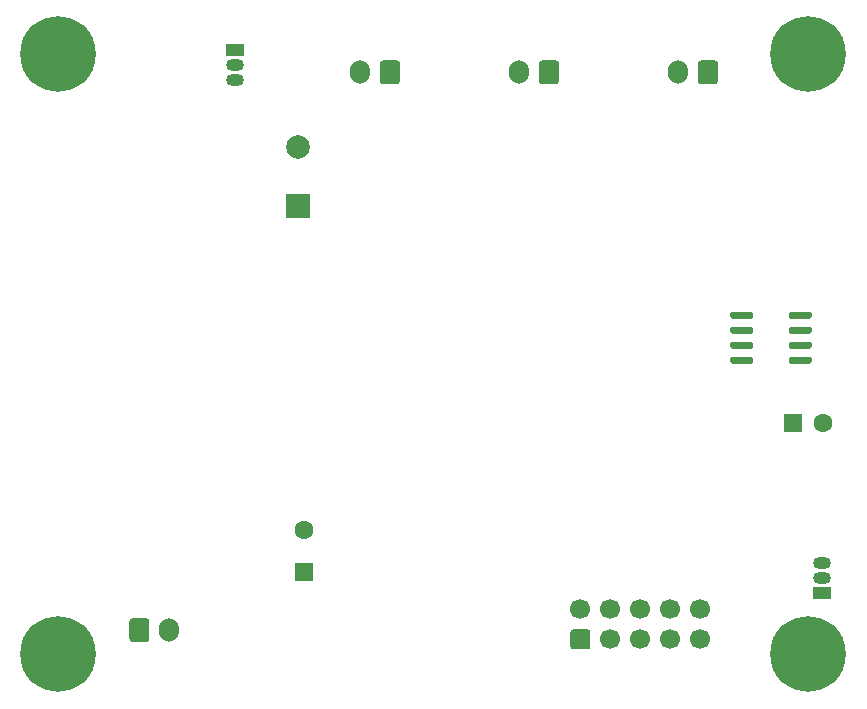
<source format=gbs>
G04 #@! TF.GenerationSoftware,KiCad,Pcbnew,(5.1.6)-1*
G04 #@! TF.CreationDate,2020-11-18T04:23:11-08:00*
G04 #@! TF.ProjectId,Power Board V2,506f7765-7220-4426-9f61-72642056322e,rev?*
G04 #@! TF.SameCoordinates,Original*
G04 #@! TF.FileFunction,Soldermask,Bot*
G04 #@! TF.FilePolarity,Negative*
%FSLAX46Y46*%
G04 Gerber Fmt 4.6, Leading zero omitted, Abs format (unit mm)*
G04 Created by KiCad (PCBNEW (5.1.6)-1) date 2020-11-18 04:23:11*
%MOMM*%
%LPD*%
G01*
G04 APERTURE LIST*
%ADD10C,1.700000*%
%ADD11R,1.500000X1.050000*%
%ADD12O,1.500000X1.050000*%
%ADD13R,2.000000X2.000000*%
%ADD14C,2.000000*%
%ADD15O,1.700000X2.000000*%
%ADD16C,0.800000*%
%ADD17C,6.400000*%
%ADD18R,1.600000X1.600000*%
%ADD19C,1.600000*%
G04 APERTURE END LIST*
G36*
G01*
X152746000Y-129120000D02*
X151546000Y-129120000D01*
G75*
G02*
X151296000Y-128870000I0J250000D01*
G01*
X151296000Y-127670000D01*
G75*
G02*
X151546000Y-127420000I250000J0D01*
G01*
X152746000Y-127420000D01*
G75*
G02*
X152996000Y-127670000I0J-250000D01*
G01*
X152996000Y-128870000D01*
G75*
G02*
X152746000Y-129120000I-250000J0D01*
G01*
G37*
D10*
X154686000Y-128270000D03*
X157226000Y-128270000D03*
X159766000Y-128270000D03*
X162306000Y-128270000D03*
X152146000Y-125730000D03*
X154686000Y-125730000D03*
X157226000Y-125730000D03*
X159766000Y-125730000D03*
X162306000Y-125730000D03*
G36*
G01*
X166775000Y-100688000D02*
X166775000Y-100988000D01*
G75*
G02*
X166625000Y-101138000I-150000J0D01*
G01*
X164975000Y-101138000D01*
G75*
G02*
X164825000Y-100988000I0J150000D01*
G01*
X164825000Y-100688000D01*
G75*
G02*
X164975000Y-100538000I150000J0D01*
G01*
X166625000Y-100538000D01*
G75*
G02*
X166775000Y-100688000I0J-150000D01*
G01*
G37*
G36*
G01*
X166775000Y-101958000D02*
X166775000Y-102258000D01*
G75*
G02*
X166625000Y-102408000I-150000J0D01*
G01*
X164975000Y-102408000D01*
G75*
G02*
X164825000Y-102258000I0J150000D01*
G01*
X164825000Y-101958000D01*
G75*
G02*
X164975000Y-101808000I150000J0D01*
G01*
X166625000Y-101808000D01*
G75*
G02*
X166775000Y-101958000I0J-150000D01*
G01*
G37*
G36*
G01*
X166775000Y-103228000D02*
X166775000Y-103528000D01*
G75*
G02*
X166625000Y-103678000I-150000J0D01*
G01*
X164975000Y-103678000D01*
G75*
G02*
X164825000Y-103528000I0J150000D01*
G01*
X164825000Y-103228000D01*
G75*
G02*
X164975000Y-103078000I150000J0D01*
G01*
X166625000Y-103078000D01*
G75*
G02*
X166775000Y-103228000I0J-150000D01*
G01*
G37*
G36*
G01*
X166775000Y-104498000D02*
X166775000Y-104798000D01*
G75*
G02*
X166625000Y-104948000I-150000J0D01*
G01*
X164975000Y-104948000D01*
G75*
G02*
X164825000Y-104798000I0J150000D01*
G01*
X164825000Y-104498000D01*
G75*
G02*
X164975000Y-104348000I150000J0D01*
G01*
X166625000Y-104348000D01*
G75*
G02*
X166775000Y-104498000I0J-150000D01*
G01*
G37*
G36*
G01*
X171725000Y-104498000D02*
X171725000Y-104798000D01*
G75*
G02*
X171575000Y-104948000I-150000J0D01*
G01*
X169925000Y-104948000D01*
G75*
G02*
X169775000Y-104798000I0J150000D01*
G01*
X169775000Y-104498000D01*
G75*
G02*
X169925000Y-104348000I150000J0D01*
G01*
X171575000Y-104348000D01*
G75*
G02*
X171725000Y-104498000I0J-150000D01*
G01*
G37*
G36*
G01*
X171725000Y-103228000D02*
X171725000Y-103528000D01*
G75*
G02*
X171575000Y-103678000I-150000J0D01*
G01*
X169925000Y-103678000D01*
G75*
G02*
X169775000Y-103528000I0J150000D01*
G01*
X169775000Y-103228000D01*
G75*
G02*
X169925000Y-103078000I150000J0D01*
G01*
X171575000Y-103078000D01*
G75*
G02*
X171725000Y-103228000I0J-150000D01*
G01*
G37*
G36*
G01*
X171725000Y-101958000D02*
X171725000Y-102258000D01*
G75*
G02*
X171575000Y-102408000I-150000J0D01*
G01*
X169925000Y-102408000D01*
G75*
G02*
X169775000Y-102258000I0J150000D01*
G01*
X169775000Y-101958000D01*
G75*
G02*
X169925000Y-101808000I150000J0D01*
G01*
X171575000Y-101808000D01*
G75*
G02*
X171725000Y-101958000I0J-150000D01*
G01*
G37*
G36*
G01*
X171725000Y-100688000D02*
X171725000Y-100988000D01*
G75*
G02*
X171575000Y-101138000I-150000J0D01*
G01*
X169925000Y-101138000D01*
G75*
G02*
X169775000Y-100988000I0J150000D01*
G01*
X169775000Y-100688000D01*
G75*
G02*
X169925000Y-100538000I150000J0D01*
G01*
X171575000Y-100538000D01*
G75*
G02*
X171725000Y-100688000I0J-150000D01*
G01*
G37*
D11*
X122936000Y-78359000D03*
D12*
X122936000Y-80899000D03*
X122936000Y-79629000D03*
D13*
X128270000Y-91567000D03*
D14*
X128270000Y-86567000D03*
D12*
X172593000Y-123063000D03*
X172593000Y-121793000D03*
D11*
X172593000Y-124333000D03*
G36*
G01*
X113958000Y-128258000D02*
X113958000Y-126758000D01*
G75*
G02*
X114208000Y-126508000I250000J0D01*
G01*
X115408000Y-126508000D01*
G75*
G02*
X115658000Y-126758000I0J-250000D01*
G01*
X115658000Y-128258000D01*
G75*
G02*
X115408000Y-128508000I-250000J0D01*
G01*
X114208000Y-128508000D01*
G75*
G02*
X113958000Y-128258000I0J250000D01*
G01*
G37*
D15*
X117308000Y-127508000D03*
G36*
G01*
X136867000Y-79514000D02*
X136867000Y-81014000D01*
G75*
G02*
X136617000Y-81264000I-250000J0D01*
G01*
X135417000Y-81264000D01*
G75*
G02*
X135167000Y-81014000I0J250000D01*
G01*
X135167000Y-79514000D01*
G75*
G02*
X135417000Y-79264000I250000J0D01*
G01*
X136617000Y-79264000D01*
G75*
G02*
X136867000Y-79514000I0J-250000D01*
G01*
G37*
X133517000Y-80264000D03*
X146979000Y-80264000D03*
G36*
G01*
X150329000Y-79514000D02*
X150329000Y-81014000D01*
G75*
G02*
X150079000Y-81264000I-250000J0D01*
G01*
X148879000Y-81264000D01*
G75*
G02*
X148629000Y-81014000I0J250000D01*
G01*
X148629000Y-79514000D01*
G75*
G02*
X148879000Y-79264000I250000J0D01*
G01*
X150079000Y-79264000D01*
G75*
G02*
X150329000Y-79514000I0J-250000D01*
G01*
G37*
G36*
G01*
X163791000Y-79514000D02*
X163791000Y-81014000D01*
G75*
G02*
X163541000Y-81264000I-250000J0D01*
G01*
X162341000Y-81264000D01*
G75*
G02*
X162091000Y-81014000I0J250000D01*
G01*
X162091000Y-79514000D01*
G75*
G02*
X162341000Y-79264000I250000J0D01*
G01*
X163541000Y-79264000D01*
G75*
G02*
X163791000Y-79514000I0J-250000D01*
G01*
G37*
X160441000Y-80264000D03*
D16*
X109647056Y-77042944D03*
X107950000Y-76340000D03*
X106252944Y-77042944D03*
X105550000Y-78740000D03*
X106252944Y-80437056D03*
X107950000Y-81140000D03*
X109647056Y-80437056D03*
X110350000Y-78740000D03*
D17*
X107950000Y-78740000D03*
X171450000Y-129540000D03*
D16*
X173850000Y-129540000D03*
X173147056Y-131237056D03*
X171450000Y-131940000D03*
X169752944Y-131237056D03*
X169050000Y-129540000D03*
X169752944Y-127842944D03*
X171450000Y-127140000D03*
X173147056Y-127842944D03*
X173147056Y-77042944D03*
X171450000Y-76340000D03*
X169752944Y-77042944D03*
X169050000Y-78740000D03*
X169752944Y-80437056D03*
X171450000Y-81140000D03*
X173147056Y-80437056D03*
X173850000Y-78740000D03*
D17*
X171450000Y-78740000D03*
X107950000Y-129540000D03*
D16*
X110350000Y-129540000D03*
X109647056Y-131237056D03*
X107950000Y-131940000D03*
X106252944Y-131237056D03*
X105550000Y-129540000D03*
X106252944Y-127842944D03*
X107950000Y-127140000D03*
X109647056Y-127842944D03*
D18*
X128778000Y-122555000D03*
D19*
X128778000Y-119055000D03*
X172680000Y-109982000D03*
D18*
X170180000Y-109982000D03*
M02*

</source>
